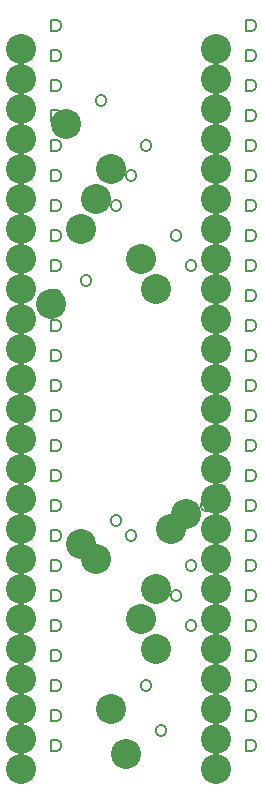
<source format=gbr>
G04 DesignSpark PCB Gerber Version 10.0 Build 5299*
%FSLAX35Y35*%
%MOIN*%
%ADD14C,0.00500*%
%ADD13C,0.10000*%
X0Y0D02*
D02*
D13*
X10250Y10250D03*
Y20250D03*
Y30250D03*
Y40250D03*
Y50250D03*
Y60250D03*
Y70250D03*
Y80250D03*
Y90250D03*
Y100250D03*
Y110250D03*
Y120250D03*
Y130250D03*
Y140250D03*
Y150250D03*
Y160250D03*
Y170250D03*
Y180250D03*
Y190250D03*
Y200250D03*
Y210250D03*
Y220250D03*
Y230250D03*
Y240250D03*
Y250250D03*
X20250Y165250D03*
X25250Y225250D03*
X30250Y85250D03*
Y190250D03*
X35250Y80250D03*
Y200250D03*
X40250Y30250D03*
Y210250D03*
X45250Y15250D03*
X50250Y60250D03*
Y180250D03*
X55250Y50250D03*
Y70250D03*
Y170250D03*
X60250Y90250D03*
X65250Y95250D03*
X75250Y10250D03*
Y20250D03*
Y30250D03*
Y40250D03*
Y50250D03*
Y60250D03*
Y70250D03*
Y80250D03*
Y90250D03*
Y100250D03*
Y110250D03*
Y120250D03*
Y130250D03*
Y140250D03*
Y150250D03*
Y160250D03*
Y170250D03*
Y180250D03*
Y190250D03*
Y200250D03*
Y210250D03*
Y220250D03*
Y230250D03*
Y240250D03*
Y250250D03*
D02*
D14*
X20250Y16187D02*
Y19937D01*
X22125D01*
X22750Y19625D01*
X23063Y19313D01*
X23375Y18687D01*
Y17437D01*
X23063Y16813D01*
X22750Y16500D01*
X22125Y16187D01*
X20250D01*
Y26187D02*
Y29937D01*
X22125D01*
X22750Y29625D01*
X23063Y29313D01*
X23375Y28687D01*
Y27437D01*
X23063Y26813D01*
X22750Y26500D01*
X22125Y26187D01*
X20250D01*
Y36187D02*
Y39937D01*
X22125D01*
X22750Y39625D01*
X23063Y39313D01*
X23375Y38687D01*
Y37437D01*
X23063Y36813D01*
X22750Y36500D01*
X22125Y36187D01*
X20250D01*
Y46187D02*
Y49937D01*
X22125D01*
X22750Y49625D01*
X23063Y49313D01*
X23375Y48687D01*
Y47437D01*
X23063Y46813D01*
X22750Y46500D01*
X22125Y46187D01*
X20250D01*
Y56187D02*
Y59937D01*
X22125D01*
X22750Y59625D01*
X23063Y59313D01*
X23375Y58687D01*
Y57437D01*
X23063Y56813D01*
X22750Y56500D01*
X22125Y56187D01*
X20250D01*
Y66187D02*
Y69937D01*
X22125D01*
X22750Y69625D01*
X23063Y69313D01*
X23375Y68687D01*
Y67437D01*
X23063Y66813D01*
X22750Y66500D01*
X22125Y66187D01*
X20250D01*
Y76187D02*
Y79937D01*
X22125D01*
X22750Y79625D01*
X23063Y79313D01*
X23375Y78687D01*
Y77437D01*
X23063Y76813D01*
X22750Y76500D01*
X22125Y76187D01*
X20250D01*
Y86187D02*
Y89937D01*
X22125D01*
X22750Y89625D01*
X23063Y89313D01*
X23375Y88687D01*
Y87437D01*
X23063Y86813D01*
X22750Y86500D01*
X22125Y86187D01*
X20250D01*
Y96187D02*
Y99937D01*
X22125D01*
X22750Y99625D01*
X23063Y99313D01*
X23375Y98687D01*
Y97437D01*
X23063Y96813D01*
X22750Y96500D01*
X22125Y96187D01*
X20250D01*
Y106187D02*
Y109937D01*
X22125D01*
X22750Y109625D01*
X23063Y109313D01*
X23375Y108687D01*
Y107437D01*
X23063Y106813D01*
X22750Y106500D01*
X22125Y106187D01*
X20250D01*
Y116187D02*
Y119937D01*
X22125D01*
X22750Y119625D01*
X23063Y119313D01*
X23375Y118687D01*
Y117437D01*
X23063Y116813D01*
X22750Y116500D01*
X22125Y116187D01*
X20250D01*
Y126187D02*
Y129937D01*
X22125D01*
X22750Y129625D01*
X23063Y129313D01*
X23375Y128687D01*
Y127437D01*
X23063Y126813D01*
X22750Y126500D01*
X22125Y126187D01*
X20250D01*
Y136187D02*
Y139937D01*
X22125D01*
X22750Y139625D01*
X23063Y139313D01*
X23375Y138687D01*
Y137437D01*
X23063Y136813D01*
X22750Y136500D01*
X22125Y136187D01*
X20250D01*
Y146187D02*
Y149937D01*
X22125D01*
X22750Y149625D01*
X23063Y149313D01*
X23375Y148687D01*
Y147437D01*
X23063Y146813D01*
X22750Y146500D01*
X22125Y146187D01*
X20250D01*
Y156187D02*
Y159937D01*
X22125D01*
X22750Y159625D01*
X23063Y159313D01*
X23375Y158687D01*
Y157437D01*
X23063Y156813D01*
X22750Y156500D01*
X22125Y156187D01*
X20250D01*
Y166187D02*
Y169937D01*
X22125D01*
X22750Y169625D01*
X23063Y169313D01*
X23375Y168687D01*
Y167437D01*
X23063Y166813D01*
X22750Y166500D01*
X22125Y166187D01*
X20250D01*
Y176187D02*
Y179937D01*
X22125D01*
X22750Y179625D01*
X23063Y179313D01*
X23375Y178687D01*
Y177437D01*
X23063Y176813D01*
X22750Y176500D01*
X22125Y176187D01*
X20250D01*
Y186187D02*
Y189937D01*
X22125D01*
X22750Y189625D01*
X23063Y189313D01*
X23375Y188687D01*
Y187437D01*
X23063Y186813D01*
X22750Y186500D01*
X22125Y186187D01*
X20250D01*
Y196187D02*
Y199937D01*
X22125D01*
X22750Y199625D01*
X23063Y199313D01*
X23375Y198687D01*
Y197437D01*
X23063Y196813D01*
X22750Y196500D01*
X22125Y196187D01*
X20250D01*
Y206187D02*
Y209937D01*
X22125D01*
X22750Y209625D01*
X23063Y209313D01*
X23375Y208687D01*
Y207437D01*
X23063Y206813D01*
X22750Y206500D01*
X22125Y206187D01*
X20250D01*
Y216187D02*
Y219937D01*
X22125D01*
X22750Y219625D01*
X23063Y219313D01*
X23375Y218687D01*
Y217437D01*
X23063Y216813D01*
X22750Y216500D01*
X22125Y216187D01*
X20250D01*
Y226187D02*
Y229937D01*
X22125D01*
X22750Y229625D01*
X23063Y229313D01*
X23375Y228687D01*
Y227437D01*
X23063Y226813D01*
X22750Y226500D01*
X22125Y226187D01*
X20250D01*
Y236187D02*
Y239937D01*
X22125D01*
X22750Y239625D01*
X23063Y239313D01*
X23375Y238687D01*
Y237437D01*
X23063Y236813D01*
X22750Y236500D01*
X22125Y236187D01*
X20250D01*
Y246187D02*
Y249937D01*
X22125D01*
X22750Y249625D01*
X23063Y249313D01*
X23375Y248687D01*
Y247437D01*
X23063Y246813D01*
X22750Y246500D01*
X22125Y246187D01*
X20250D01*
Y256187D02*
Y259937D01*
X22125D01*
X22750Y259625D01*
X23063Y259313D01*
X23375Y258687D01*
Y257437D01*
X23063Y256813D01*
X22750Y256500D01*
X22125Y256187D01*
X20250D01*
X30250Y172437D02*
Y173687D01*
X30563Y174313D01*
X30875Y174625D01*
X31500Y174937D01*
X32125D01*
X32750Y174625D01*
X33063Y174313D01*
X33375Y173687D01*
Y172437D01*
X33063Y171813D01*
X32750Y171500D01*
X32125Y171187D01*
X31500D01*
X30875Y171500D01*
X30563Y171813D01*
X30250Y172437D01*
X35250Y232437D02*
Y233687D01*
X35563Y234313D01*
X35875Y234625D01*
X36500Y234937D01*
X37125D01*
X37750Y234625D01*
X38063Y234313D01*
X38375Y233687D01*
Y232437D01*
X38063Y231813D01*
X37750Y231500D01*
X37125Y231187D01*
X36500D01*
X35875Y231500D01*
X35563Y231813D01*
X35250Y232437D01*
X40250Y92437D02*
Y93687D01*
X40563Y94313D01*
X40875Y94625D01*
X41500Y94937D01*
X42125D01*
X42750Y94625D01*
X43063Y94313D01*
X43375Y93687D01*
Y92437D01*
X43063Y91813D01*
X42750Y91500D01*
X42125Y91187D01*
X41500D01*
X40875Y91500D01*
X40563Y91813D01*
X40250Y92437D01*
Y197437D02*
Y198687D01*
X40563Y199313D01*
X40875Y199625D01*
X41500Y199937D01*
X42125D01*
X42750Y199625D01*
X43063Y199313D01*
X43375Y198687D01*
Y197437D01*
X43063Y196813D01*
X42750Y196500D01*
X42125Y196187D01*
X41500D01*
X40875Y196500D01*
X40563Y196813D01*
X40250Y197437D01*
X45250Y87437D02*
Y88687D01*
X45563Y89313D01*
X45875Y89625D01*
X46500Y89937D01*
X47125D01*
X47750Y89625D01*
X48063Y89313D01*
X48375Y88687D01*
Y87437D01*
X48063Y86813D01*
X47750Y86500D01*
X47125Y86187D01*
X46500D01*
X45875Y86500D01*
X45563Y86813D01*
X45250Y87437D01*
Y207437D02*
Y208687D01*
X45563Y209313D01*
X45875Y209625D01*
X46500Y209937D01*
X47125D01*
X47750Y209625D01*
X48063Y209313D01*
X48375Y208687D01*
Y207437D01*
X48063Y206813D01*
X47750Y206500D01*
X47125Y206187D01*
X46500D01*
X45875Y206500D01*
X45563Y206813D01*
X45250Y207437D01*
X50250Y37437D02*
Y38687D01*
X50563Y39313D01*
X50875Y39625D01*
X51500Y39937D01*
X52125D01*
X52750Y39625D01*
X53063Y39313D01*
X53375Y38687D01*
Y37437D01*
X53063Y36813D01*
X52750Y36500D01*
X52125Y36187D01*
X51500D01*
X50875Y36500D01*
X50563Y36813D01*
X50250Y37437D01*
Y217437D02*
Y218687D01*
X50563Y219313D01*
X50875Y219625D01*
X51500Y219937D01*
X52125D01*
X52750Y219625D01*
X53063Y219313D01*
X53375Y218687D01*
Y217437D01*
X53063Y216813D01*
X52750Y216500D01*
X52125Y216187D01*
X51500D01*
X50875Y216500D01*
X50563Y216813D01*
X50250Y217437D01*
X55250Y22437D02*
Y23687D01*
X55563Y24313D01*
X55875Y24625D01*
X56500Y24937D01*
X57125D01*
X57750Y24625D01*
X58063Y24313D01*
X58375Y23687D01*
Y22437D01*
X58063Y21813D01*
X57750Y21500D01*
X57125Y21187D01*
X56500D01*
X55875Y21500D01*
X55563Y21813D01*
X55250Y22437D01*
X60250Y67437D02*
Y68687D01*
X60563Y69313D01*
X60875Y69625D01*
X61500Y69937D01*
X62125D01*
X62750Y69625D01*
X63063Y69313D01*
X63375Y68687D01*
Y67437D01*
X63063Y66813D01*
X62750Y66500D01*
X62125Y66187D01*
X61500D01*
X60875Y66500D01*
X60563Y66813D01*
X60250Y67437D01*
Y187437D02*
Y188687D01*
X60563Y189313D01*
X60875Y189625D01*
X61500Y189937D01*
X62125D01*
X62750Y189625D01*
X63063Y189313D01*
X63375Y188687D01*
Y187437D01*
X63063Y186813D01*
X62750Y186500D01*
X62125Y186187D01*
X61500D01*
X60875Y186500D01*
X60563Y186813D01*
X60250Y187437D01*
X65250Y57437D02*
Y58687D01*
X65563Y59313D01*
X65875Y59625D01*
X66500Y59937D01*
X67125D01*
X67750Y59625D01*
X68063Y59313D01*
X68375Y58687D01*
Y57437D01*
X68063Y56813D01*
X67750Y56500D01*
X67125Y56187D01*
X66500D01*
X65875Y56500D01*
X65563Y56813D01*
X65250Y57437D01*
Y77437D02*
Y78687D01*
X65563Y79313D01*
X65875Y79625D01*
X66500Y79937D01*
X67125D01*
X67750Y79625D01*
X68063Y79313D01*
X68375Y78687D01*
Y77437D01*
X68063Y76813D01*
X67750Y76500D01*
X67125Y76187D01*
X66500D01*
X65875Y76500D01*
X65563Y76813D01*
X65250Y77437D01*
Y177437D02*
Y178687D01*
X65563Y179313D01*
X65875Y179625D01*
X66500Y179937D01*
X67125D01*
X67750Y179625D01*
X68063Y179313D01*
X68375Y178687D01*
Y177437D01*
X68063Y176813D01*
X67750Y176500D01*
X67125Y176187D01*
X66500D01*
X65875Y176500D01*
X65563Y176813D01*
X65250Y177437D01*
X70250Y97437D02*
Y98687D01*
X70563Y99313D01*
X70875Y99625D01*
X71500Y99937D01*
X72125D01*
X72750Y99625D01*
X73063Y99313D01*
X73375Y98687D01*
Y97437D01*
X73063Y96813D01*
X72750Y96500D01*
X72125Y96187D01*
X71500D01*
X70875Y96500D01*
X70563Y96813D01*
X70250Y97437D01*
X75250Y102437D02*
Y103687D01*
X75563Y104313D01*
X75875Y104625D01*
X76500Y104937D01*
X77125D01*
X77750Y104625D01*
X78063Y104313D01*
X78375Y103687D01*
Y102437D01*
X78063Y101813D01*
X77750Y101500D01*
X77125Y101187D01*
X76500D01*
X75875Y101500D01*
X75563Y101813D01*
X75250Y102437D01*
X85250Y16187D02*
Y19937D01*
X87125D01*
X87750Y19625D01*
X88063Y19313D01*
X88375Y18687D01*
Y17437D01*
X88063Y16813D01*
X87750Y16500D01*
X87125Y16187D01*
X85250D01*
Y26187D02*
Y29937D01*
X87125D01*
X87750Y29625D01*
X88063Y29313D01*
X88375Y28687D01*
Y27437D01*
X88063Y26813D01*
X87750Y26500D01*
X87125Y26187D01*
X85250D01*
Y36187D02*
Y39937D01*
X87125D01*
X87750Y39625D01*
X88063Y39313D01*
X88375Y38687D01*
Y37437D01*
X88063Y36813D01*
X87750Y36500D01*
X87125Y36187D01*
X85250D01*
Y46187D02*
Y49937D01*
X87125D01*
X87750Y49625D01*
X88063Y49313D01*
X88375Y48687D01*
Y47437D01*
X88063Y46813D01*
X87750Y46500D01*
X87125Y46187D01*
X85250D01*
Y56187D02*
Y59937D01*
X87125D01*
X87750Y59625D01*
X88063Y59313D01*
X88375Y58687D01*
Y57437D01*
X88063Y56813D01*
X87750Y56500D01*
X87125Y56187D01*
X85250D01*
Y66187D02*
Y69937D01*
X87125D01*
X87750Y69625D01*
X88063Y69313D01*
X88375Y68687D01*
Y67437D01*
X88063Y66813D01*
X87750Y66500D01*
X87125Y66187D01*
X85250D01*
Y76187D02*
Y79937D01*
X87125D01*
X87750Y79625D01*
X88063Y79313D01*
X88375Y78687D01*
Y77437D01*
X88063Y76813D01*
X87750Y76500D01*
X87125Y76187D01*
X85250D01*
Y86187D02*
Y89937D01*
X87125D01*
X87750Y89625D01*
X88063Y89313D01*
X88375Y88687D01*
Y87437D01*
X88063Y86813D01*
X87750Y86500D01*
X87125Y86187D01*
X85250D01*
Y96187D02*
Y99937D01*
X87125D01*
X87750Y99625D01*
X88063Y99313D01*
X88375Y98687D01*
Y97437D01*
X88063Y96813D01*
X87750Y96500D01*
X87125Y96187D01*
X85250D01*
Y106187D02*
Y109937D01*
X87125D01*
X87750Y109625D01*
X88063Y109313D01*
X88375Y108687D01*
Y107437D01*
X88063Y106813D01*
X87750Y106500D01*
X87125Y106187D01*
X85250D01*
Y116187D02*
Y119937D01*
X87125D01*
X87750Y119625D01*
X88063Y119313D01*
X88375Y118687D01*
Y117437D01*
X88063Y116813D01*
X87750Y116500D01*
X87125Y116187D01*
X85250D01*
Y126187D02*
Y129937D01*
X87125D01*
X87750Y129625D01*
X88063Y129313D01*
X88375Y128687D01*
Y127437D01*
X88063Y126813D01*
X87750Y126500D01*
X87125Y126187D01*
X85250D01*
Y136187D02*
Y139937D01*
X87125D01*
X87750Y139625D01*
X88063Y139313D01*
X88375Y138687D01*
Y137437D01*
X88063Y136813D01*
X87750Y136500D01*
X87125Y136187D01*
X85250D01*
Y146187D02*
Y149937D01*
X87125D01*
X87750Y149625D01*
X88063Y149313D01*
X88375Y148687D01*
Y147437D01*
X88063Y146813D01*
X87750Y146500D01*
X87125Y146187D01*
X85250D01*
Y156187D02*
Y159937D01*
X87125D01*
X87750Y159625D01*
X88063Y159313D01*
X88375Y158687D01*
Y157437D01*
X88063Y156813D01*
X87750Y156500D01*
X87125Y156187D01*
X85250D01*
Y166187D02*
Y169937D01*
X87125D01*
X87750Y169625D01*
X88063Y169313D01*
X88375Y168687D01*
Y167437D01*
X88063Y166813D01*
X87750Y166500D01*
X87125Y166187D01*
X85250D01*
Y176187D02*
Y179937D01*
X87125D01*
X87750Y179625D01*
X88063Y179313D01*
X88375Y178687D01*
Y177437D01*
X88063Y176813D01*
X87750Y176500D01*
X87125Y176187D01*
X85250D01*
Y186187D02*
Y189937D01*
X87125D01*
X87750Y189625D01*
X88063Y189313D01*
X88375Y188687D01*
Y187437D01*
X88063Y186813D01*
X87750Y186500D01*
X87125Y186187D01*
X85250D01*
Y196187D02*
Y199937D01*
X87125D01*
X87750Y199625D01*
X88063Y199313D01*
X88375Y198687D01*
Y197437D01*
X88063Y196813D01*
X87750Y196500D01*
X87125Y196187D01*
X85250D01*
Y206187D02*
Y209937D01*
X87125D01*
X87750Y209625D01*
X88063Y209313D01*
X88375Y208687D01*
Y207437D01*
X88063Y206813D01*
X87750Y206500D01*
X87125Y206187D01*
X85250D01*
Y216187D02*
Y219937D01*
X87125D01*
X87750Y219625D01*
X88063Y219313D01*
X88375Y218687D01*
Y217437D01*
X88063Y216813D01*
X87750Y216500D01*
X87125Y216187D01*
X85250D01*
Y226187D02*
Y229937D01*
X87125D01*
X87750Y229625D01*
X88063Y229313D01*
X88375Y228687D01*
Y227437D01*
X88063Y226813D01*
X87750Y226500D01*
X87125Y226187D01*
X85250D01*
Y236187D02*
Y239937D01*
X87125D01*
X87750Y239625D01*
X88063Y239313D01*
X88375Y238687D01*
Y237437D01*
X88063Y236813D01*
X87750Y236500D01*
X87125Y236187D01*
X85250D01*
Y246187D02*
Y249937D01*
X87125D01*
X87750Y249625D01*
X88063Y249313D01*
X88375Y248687D01*
Y247437D01*
X88063Y246813D01*
X87750Y246500D01*
X87125Y246187D01*
X85250D01*
Y256187D02*
Y259937D01*
X87125D01*
X87750Y259625D01*
X88063Y259313D01*
X88375Y258687D01*
Y257437D01*
X88063Y256813D01*
X87750Y256500D01*
X87125Y256187D01*
X85250D01*
X0Y0D02*
M02*

</source>
